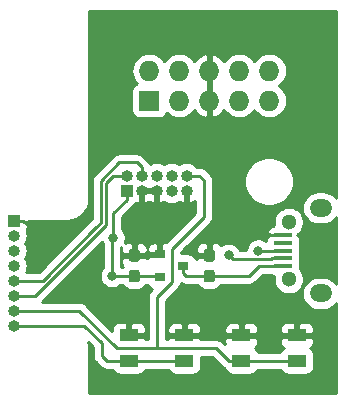
<source format=gbr>
G04 #@! TF.GenerationSoftware,KiCad,Pcbnew,(5.1.4)-1*
G04 #@! TF.CreationDate,2022-06-06T11:17:32+02:00*
G04 #@! TF.ProjectId,UP1-Progger,5550312d-5072-46f6-9767-65722e6b6963,V00.10*
G04 #@! TF.SameCoordinates,Original*
G04 #@! TF.FileFunction,Copper,L1,Top*
G04 #@! TF.FilePolarity,Positive*
%FSLAX46Y46*%
G04 Gerber Fmt 4.6, Leading zero omitted, Abs format (unit mm)*
G04 Created by KiCad (PCBNEW (5.1.4)-1) date 2022-06-06 11:17:32*
%MOMM*%
%LPD*%
G04 APERTURE LIST*
%ADD10C,1.300000*%
%ADD11O,1.900000X1.500000*%
%ADD12R,1.600000X0.400000*%
%ADD13C,0.100000*%
%ADD14C,0.950000*%
%ADD15R,0.900000X0.800000*%
%ADD16R,1.600000X1.050000*%
%ADD17O,1.000000X1.000000*%
%ADD18R,1.000000X1.000000*%
%ADD19O,1.727200X1.727200*%
%ADD20R,1.727200X1.727200*%
%ADD21C,0.800000*%
%ADD22C,0.250000*%
%ADD23C,0.254000*%
G04 APERTURE END LIST*
D10*
X114700000Y-117995000D03*
X114700000Y-113145000D03*
D11*
X117380000Y-111945000D03*
X117380000Y-119195000D03*
D12*
X114230000Y-115570000D03*
X114230000Y-116220000D03*
X114230000Y-116870000D03*
X114230000Y-114270000D03*
X114230000Y-114920000D03*
D13*
G36*
X101860779Y-115441144D02*
G01*
X101883834Y-115444563D01*
X101906443Y-115450227D01*
X101928387Y-115458079D01*
X101949457Y-115468044D01*
X101969448Y-115480026D01*
X101988168Y-115493910D01*
X102005438Y-115509562D01*
X102021090Y-115526832D01*
X102034974Y-115545552D01*
X102046956Y-115565543D01*
X102056921Y-115586613D01*
X102064773Y-115608557D01*
X102070437Y-115631166D01*
X102073856Y-115654221D01*
X102075000Y-115677500D01*
X102075000Y-116252500D01*
X102073856Y-116275779D01*
X102070437Y-116298834D01*
X102064773Y-116321443D01*
X102056921Y-116343387D01*
X102046956Y-116364457D01*
X102034974Y-116384448D01*
X102021090Y-116403168D01*
X102005438Y-116420438D01*
X101988168Y-116436090D01*
X101969448Y-116449974D01*
X101949457Y-116461956D01*
X101928387Y-116471921D01*
X101906443Y-116479773D01*
X101883834Y-116485437D01*
X101860779Y-116488856D01*
X101837500Y-116490000D01*
X101362500Y-116490000D01*
X101339221Y-116488856D01*
X101316166Y-116485437D01*
X101293557Y-116479773D01*
X101271613Y-116471921D01*
X101250543Y-116461956D01*
X101230552Y-116449974D01*
X101211832Y-116436090D01*
X101194562Y-116420438D01*
X101178910Y-116403168D01*
X101165026Y-116384448D01*
X101153044Y-116364457D01*
X101143079Y-116343387D01*
X101135227Y-116321443D01*
X101129563Y-116298834D01*
X101126144Y-116275779D01*
X101125000Y-116252500D01*
X101125000Y-115677500D01*
X101126144Y-115654221D01*
X101129563Y-115631166D01*
X101135227Y-115608557D01*
X101143079Y-115586613D01*
X101153044Y-115565543D01*
X101165026Y-115545552D01*
X101178910Y-115526832D01*
X101194562Y-115509562D01*
X101211832Y-115493910D01*
X101230552Y-115480026D01*
X101250543Y-115468044D01*
X101271613Y-115458079D01*
X101293557Y-115450227D01*
X101316166Y-115444563D01*
X101339221Y-115441144D01*
X101362500Y-115440000D01*
X101837500Y-115440000D01*
X101860779Y-115441144D01*
X101860779Y-115441144D01*
G37*
D14*
X101600000Y-115965000D03*
D13*
G36*
X101860779Y-117191144D02*
G01*
X101883834Y-117194563D01*
X101906443Y-117200227D01*
X101928387Y-117208079D01*
X101949457Y-117218044D01*
X101969448Y-117230026D01*
X101988168Y-117243910D01*
X102005438Y-117259562D01*
X102021090Y-117276832D01*
X102034974Y-117295552D01*
X102046956Y-117315543D01*
X102056921Y-117336613D01*
X102064773Y-117358557D01*
X102070437Y-117381166D01*
X102073856Y-117404221D01*
X102075000Y-117427500D01*
X102075000Y-118002500D01*
X102073856Y-118025779D01*
X102070437Y-118048834D01*
X102064773Y-118071443D01*
X102056921Y-118093387D01*
X102046956Y-118114457D01*
X102034974Y-118134448D01*
X102021090Y-118153168D01*
X102005438Y-118170438D01*
X101988168Y-118186090D01*
X101969448Y-118199974D01*
X101949457Y-118211956D01*
X101928387Y-118221921D01*
X101906443Y-118229773D01*
X101883834Y-118235437D01*
X101860779Y-118238856D01*
X101837500Y-118240000D01*
X101362500Y-118240000D01*
X101339221Y-118238856D01*
X101316166Y-118235437D01*
X101293557Y-118229773D01*
X101271613Y-118221921D01*
X101250543Y-118211956D01*
X101230552Y-118199974D01*
X101211832Y-118186090D01*
X101194562Y-118170438D01*
X101178910Y-118153168D01*
X101165026Y-118134448D01*
X101153044Y-118114457D01*
X101143079Y-118093387D01*
X101135227Y-118071443D01*
X101129563Y-118048834D01*
X101126144Y-118025779D01*
X101125000Y-118002500D01*
X101125000Y-117427500D01*
X101126144Y-117404221D01*
X101129563Y-117381166D01*
X101135227Y-117358557D01*
X101143079Y-117336613D01*
X101153044Y-117315543D01*
X101165026Y-117295552D01*
X101178910Y-117276832D01*
X101194562Y-117259562D01*
X101211832Y-117243910D01*
X101230552Y-117230026D01*
X101250543Y-117218044D01*
X101271613Y-117208079D01*
X101293557Y-117200227D01*
X101316166Y-117194563D01*
X101339221Y-117191144D01*
X101362500Y-117190000D01*
X101837500Y-117190000D01*
X101860779Y-117191144D01*
X101860779Y-117191144D01*
G37*
D14*
X101600000Y-117715000D03*
D13*
G36*
X108210779Y-115441144D02*
G01*
X108233834Y-115444563D01*
X108256443Y-115450227D01*
X108278387Y-115458079D01*
X108299457Y-115468044D01*
X108319448Y-115480026D01*
X108338168Y-115493910D01*
X108355438Y-115509562D01*
X108371090Y-115526832D01*
X108384974Y-115545552D01*
X108396956Y-115565543D01*
X108406921Y-115586613D01*
X108414773Y-115608557D01*
X108420437Y-115631166D01*
X108423856Y-115654221D01*
X108425000Y-115677500D01*
X108425000Y-116252500D01*
X108423856Y-116275779D01*
X108420437Y-116298834D01*
X108414773Y-116321443D01*
X108406921Y-116343387D01*
X108396956Y-116364457D01*
X108384974Y-116384448D01*
X108371090Y-116403168D01*
X108355438Y-116420438D01*
X108338168Y-116436090D01*
X108319448Y-116449974D01*
X108299457Y-116461956D01*
X108278387Y-116471921D01*
X108256443Y-116479773D01*
X108233834Y-116485437D01*
X108210779Y-116488856D01*
X108187500Y-116490000D01*
X107712500Y-116490000D01*
X107689221Y-116488856D01*
X107666166Y-116485437D01*
X107643557Y-116479773D01*
X107621613Y-116471921D01*
X107600543Y-116461956D01*
X107580552Y-116449974D01*
X107561832Y-116436090D01*
X107544562Y-116420438D01*
X107528910Y-116403168D01*
X107515026Y-116384448D01*
X107503044Y-116364457D01*
X107493079Y-116343387D01*
X107485227Y-116321443D01*
X107479563Y-116298834D01*
X107476144Y-116275779D01*
X107475000Y-116252500D01*
X107475000Y-115677500D01*
X107476144Y-115654221D01*
X107479563Y-115631166D01*
X107485227Y-115608557D01*
X107493079Y-115586613D01*
X107503044Y-115565543D01*
X107515026Y-115545552D01*
X107528910Y-115526832D01*
X107544562Y-115509562D01*
X107561832Y-115493910D01*
X107580552Y-115480026D01*
X107600543Y-115468044D01*
X107621613Y-115458079D01*
X107643557Y-115450227D01*
X107666166Y-115444563D01*
X107689221Y-115441144D01*
X107712500Y-115440000D01*
X108187500Y-115440000D01*
X108210779Y-115441144D01*
X108210779Y-115441144D01*
G37*
D14*
X107950000Y-115965000D03*
D13*
G36*
X108210779Y-117191144D02*
G01*
X108233834Y-117194563D01*
X108256443Y-117200227D01*
X108278387Y-117208079D01*
X108299457Y-117218044D01*
X108319448Y-117230026D01*
X108338168Y-117243910D01*
X108355438Y-117259562D01*
X108371090Y-117276832D01*
X108384974Y-117295552D01*
X108396956Y-117315543D01*
X108406921Y-117336613D01*
X108414773Y-117358557D01*
X108420437Y-117381166D01*
X108423856Y-117404221D01*
X108425000Y-117427500D01*
X108425000Y-118002500D01*
X108423856Y-118025779D01*
X108420437Y-118048834D01*
X108414773Y-118071443D01*
X108406921Y-118093387D01*
X108396956Y-118114457D01*
X108384974Y-118134448D01*
X108371090Y-118153168D01*
X108355438Y-118170438D01*
X108338168Y-118186090D01*
X108319448Y-118199974D01*
X108299457Y-118211956D01*
X108278387Y-118221921D01*
X108256443Y-118229773D01*
X108233834Y-118235437D01*
X108210779Y-118238856D01*
X108187500Y-118240000D01*
X107712500Y-118240000D01*
X107689221Y-118238856D01*
X107666166Y-118235437D01*
X107643557Y-118229773D01*
X107621613Y-118221921D01*
X107600543Y-118211956D01*
X107580552Y-118199974D01*
X107561832Y-118186090D01*
X107544562Y-118170438D01*
X107528910Y-118153168D01*
X107515026Y-118134448D01*
X107503044Y-118114457D01*
X107493079Y-118093387D01*
X107485227Y-118071443D01*
X107479563Y-118048834D01*
X107476144Y-118025779D01*
X107475000Y-118002500D01*
X107475000Y-117427500D01*
X107476144Y-117404221D01*
X107479563Y-117381166D01*
X107485227Y-117358557D01*
X107493079Y-117336613D01*
X107503044Y-117315543D01*
X107515026Y-117295552D01*
X107528910Y-117276832D01*
X107544562Y-117259562D01*
X107561832Y-117243910D01*
X107580552Y-117230026D01*
X107600543Y-117218044D01*
X107621613Y-117208079D01*
X107643557Y-117200227D01*
X107666166Y-117194563D01*
X107689221Y-117191144D01*
X107712500Y-117190000D01*
X108187500Y-117190000D01*
X108210779Y-117191144D01*
X108210779Y-117191144D01*
G37*
D14*
X107950000Y-117715000D03*
D15*
X105775000Y-116840000D03*
X103775000Y-117790000D03*
X103775000Y-115890000D03*
D16*
X101155000Y-124900000D03*
X101155000Y-122750000D03*
X105855000Y-124900000D03*
X105855000Y-122750000D03*
D17*
X91440000Y-121920000D03*
X91440000Y-120650000D03*
X91440000Y-119380000D03*
X91440000Y-118110000D03*
X91440000Y-116840000D03*
X91440000Y-115570000D03*
X91440000Y-114300000D03*
D18*
X91440000Y-113030000D03*
D16*
X110680000Y-124900000D03*
X110680000Y-122750000D03*
X115380000Y-124900000D03*
X115380000Y-122750000D03*
D19*
X113030000Y-100330000D03*
X113030000Y-102870000D03*
X110490000Y-100330000D03*
X110490000Y-102870000D03*
X107950000Y-100330000D03*
X107950000Y-102870000D03*
X105410000Y-100330000D03*
X105410000Y-102870000D03*
X102870000Y-100330000D03*
D20*
X102870000Y-102870000D03*
D17*
X106045000Y-109220000D03*
X106045000Y-110490000D03*
X104775000Y-109220000D03*
X104775000Y-110490000D03*
X103505000Y-109220000D03*
X103505000Y-110490000D03*
X102235000Y-109220000D03*
X102235000Y-110490000D03*
X100965000Y-109220000D03*
D18*
X100965000Y-110490000D03*
D21*
X112110000Y-115570000D03*
X109595000Y-115915000D03*
X99715000Y-117715000D03*
X99850000Y-114460000D03*
X101600000Y-113665000D03*
X104140000Y-113665000D03*
X110490000Y-113665000D03*
X115570000Y-106045000D03*
X103505000Y-106680000D03*
X107950000Y-106680000D03*
X99060000Y-96520000D03*
X116840000Y-96520000D03*
X99060000Y-126365000D03*
X107950000Y-126365000D03*
X117475000Y-126365000D03*
X112395000Y-120015000D03*
X106680000Y-120015000D03*
X95885000Y-118745000D03*
X101600000Y-120650000D03*
D22*
X114330000Y-124900000D02*
X110680000Y-124900000D01*
X115380000Y-124900000D02*
X114330000Y-124900000D01*
X109630000Y-124900000D02*
X108530000Y-123800000D01*
X110680000Y-124900000D02*
X109630000Y-124900000D01*
X96960000Y-120650000D02*
X91440000Y-120650000D01*
X100110000Y-123800000D02*
X96960000Y-120650000D01*
X103510000Y-119490002D02*
X103510000Y-123800000D01*
X104790000Y-118210002D02*
X103510000Y-119490002D01*
X104790000Y-115420000D02*
X104790000Y-118210002D01*
X108530000Y-123800000D02*
X103510000Y-123800000D01*
X106045000Y-109220000D02*
X107130000Y-109220000D01*
X107130000Y-109220000D02*
X107500000Y-109590000D01*
X103510000Y-123800000D02*
X100110000Y-123800000D01*
X107500000Y-109590000D02*
X107500000Y-112710000D01*
X107500000Y-112710000D02*
X104790000Y-115420000D01*
X93226410Y-119380000D02*
X99210000Y-113396410D01*
X91440000Y-119380000D02*
X93226410Y-119380000D01*
X99210000Y-113396410D02*
X99210000Y-109860000D01*
X99850000Y-109220000D02*
X100965000Y-109220000D01*
X99210000Y-109860000D02*
X99850000Y-109220000D01*
X91440000Y-118110000D02*
X93860000Y-118110000D01*
X102235000Y-108512894D02*
X101822106Y-108100000D01*
X102235000Y-109220000D02*
X102235000Y-108512894D01*
X100333590Y-108100000D02*
X98759990Y-109673600D01*
X101822106Y-108100000D02*
X100333590Y-108100000D01*
X98759990Y-113210010D02*
X98325000Y-113645000D01*
X98759990Y-109673600D02*
X98759990Y-113210010D01*
X93860000Y-118110000D02*
X98325000Y-113645000D01*
X98325000Y-113645000D02*
X98400000Y-113570000D01*
X112110000Y-115570000D02*
X114230000Y-115570000D01*
X109994999Y-116314999D02*
X109595000Y-115915000D01*
X113209990Y-116314999D02*
X109994999Y-116314999D01*
X113304989Y-116220000D02*
X113209990Y-116314999D01*
X114230000Y-116220000D02*
X113304989Y-116220000D01*
X103700000Y-117715000D02*
X103775000Y-117790000D01*
X101600000Y-117715000D02*
X103700000Y-117715000D01*
X101600000Y-117715000D02*
X99715000Y-117715000D01*
X99715000Y-114595000D02*
X99850000Y-114460000D01*
X99715000Y-117715000D02*
X99715000Y-114595000D01*
X99850000Y-114460000D02*
X99850000Y-112370000D01*
X100965000Y-111255000D02*
X100965000Y-110490000D01*
X99850000Y-112370000D02*
X100965000Y-111255000D01*
X92190000Y-113030000D02*
X92825000Y-113665000D01*
X91440000Y-113030000D02*
X92190000Y-113030000D01*
X92825000Y-113665000D02*
X93345000Y-113665000D01*
X111095000Y-114270000D02*
X110490000Y-113665000D01*
X114230000Y-114270000D02*
X111095000Y-114270000D01*
X105775000Y-117490000D02*
X105775000Y-116840000D01*
X106000000Y-117715000D02*
X105775000Y-117490000D01*
X107950000Y-117715000D02*
X106000000Y-117715000D01*
X114230000Y-116870000D02*
X112160000Y-116870000D01*
X111315000Y-117715000D02*
X107950000Y-117715000D01*
X112160000Y-116870000D02*
X111315000Y-117715000D01*
X91440000Y-121920000D02*
X97390000Y-121920000D01*
X97390000Y-121920000D02*
X98850000Y-123380000D01*
X98850000Y-123380000D02*
X98850000Y-124450000D01*
X99300000Y-124900000D02*
X101155000Y-124900000D01*
X98850000Y-124450000D02*
X99300000Y-124900000D01*
X102205000Y-124900000D02*
X105855000Y-124900000D01*
X101155000Y-124900000D02*
X102205000Y-124900000D01*
D23*
G36*
X118720000Y-111150907D02*
G01*
X118564081Y-110960919D01*
X118353188Y-110787843D01*
X118112581Y-110659236D01*
X117851507Y-110580040D01*
X117648037Y-110560000D01*
X117111963Y-110560000D01*
X116908493Y-110580040D01*
X116647419Y-110659236D01*
X116406812Y-110787843D01*
X116195919Y-110960919D01*
X116022843Y-111171812D01*
X115894236Y-111412419D01*
X115815040Y-111673493D01*
X115788299Y-111945000D01*
X115815040Y-112216507D01*
X115894236Y-112477581D01*
X116022843Y-112718188D01*
X116195919Y-112929081D01*
X116406812Y-113102157D01*
X116647419Y-113230764D01*
X116908493Y-113309960D01*
X117111963Y-113330000D01*
X117648037Y-113330000D01*
X117851507Y-113309960D01*
X118112581Y-113230764D01*
X118353188Y-113102157D01*
X118564081Y-112929081D01*
X118720001Y-112739093D01*
X118720001Y-118400907D01*
X118564081Y-118210919D01*
X118353188Y-118037843D01*
X118112581Y-117909236D01*
X117851507Y-117830040D01*
X117648037Y-117810000D01*
X117111963Y-117810000D01*
X116908493Y-117830040D01*
X116647419Y-117909236D01*
X116406812Y-118037843D01*
X116195919Y-118210919D01*
X116022843Y-118421812D01*
X115894236Y-118662419D01*
X115815040Y-118923493D01*
X115788299Y-119195000D01*
X115815040Y-119466507D01*
X115894236Y-119727581D01*
X116022843Y-119968188D01*
X116195919Y-120179081D01*
X116406812Y-120352157D01*
X116647419Y-120480764D01*
X116908493Y-120559960D01*
X117111963Y-120580000D01*
X117648037Y-120580000D01*
X117851507Y-120559960D01*
X118112581Y-120480764D01*
X118353188Y-120352157D01*
X118564081Y-120179081D01*
X118720001Y-119989093D01*
X118720001Y-127610000D01*
X97815000Y-127610000D01*
X97815000Y-123919581D01*
X97812198Y-123891135D01*
X97812253Y-123883318D01*
X97811354Y-123874147D01*
X97785446Y-123627644D01*
X97773414Y-123569028D01*
X97762208Y-123510284D01*
X97759544Y-123501462D01*
X97698069Y-123302871D01*
X98090000Y-123694802D01*
X98090001Y-124412668D01*
X98086324Y-124450000D01*
X98090001Y-124487333D01*
X98100998Y-124598986D01*
X98114180Y-124642442D01*
X98144454Y-124742246D01*
X98215026Y-124874276D01*
X98286201Y-124961002D01*
X98310000Y-124990001D01*
X98338998Y-125013799D01*
X98736196Y-125410997D01*
X98759999Y-125440001D01*
X98833146Y-125500031D01*
X98875723Y-125534974D01*
X99007753Y-125605546D01*
X99151014Y-125649003D01*
X99262667Y-125660000D01*
X99262676Y-125660000D01*
X99299999Y-125663676D01*
X99337322Y-125660000D01*
X99762713Y-125660000D01*
X99765498Y-125669180D01*
X99824463Y-125779494D01*
X99903815Y-125876185D01*
X100000506Y-125955537D01*
X100110820Y-126014502D01*
X100230518Y-126050812D01*
X100355000Y-126063072D01*
X101955000Y-126063072D01*
X102079482Y-126050812D01*
X102199180Y-126014502D01*
X102309494Y-125955537D01*
X102406185Y-125876185D01*
X102485537Y-125779494D01*
X102544502Y-125669180D01*
X102547287Y-125660000D01*
X104462713Y-125660000D01*
X104465498Y-125669180D01*
X104524463Y-125779494D01*
X104603815Y-125876185D01*
X104700506Y-125955537D01*
X104810820Y-126014502D01*
X104930518Y-126050812D01*
X105055000Y-126063072D01*
X106655000Y-126063072D01*
X106779482Y-126050812D01*
X106899180Y-126014502D01*
X107009494Y-125955537D01*
X107106185Y-125876185D01*
X107185537Y-125779494D01*
X107244502Y-125669180D01*
X107280812Y-125549482D01*
X107293072Y-125425000D01*
X107293072Y-124560000D01*
X108215199Y-124560000D01*
X109066201Y-125411003D01*
X109089999Y-125440001D01*
X109118997Y-125463799D01*
X109205723Y-125534974D01*
X109258314Y-125563085D01*
X109290498Y-125669180D01*
X109349463Y-125779494D01*
X109428815Y-125876185D01*
X109525506Y-125955537D01*
X109635820Y-126014502D01*
X109755518Y-126050812D01*
X109880000Y-126063072D01*
X111480000Y-126063072D01*
X111604482Y-126050812D01*
X111724180Y-126014502D01*
X111834494Y-125955537D01*
X111931185Y-125876185D01*
X112010537Y-125779494D01*
X112069502Y-125669180D01*
X112072287Y-125660000D01*
X113987713Y-125660000D01*
X113990498Y-125669180D01*
X114049463Y-125779494D01*
X114128815Y-125876185D01*
X114225506Y-125955537D01*
X114335820Y-126014502D01*
X114455518Y-126050812D01*
X114580000Y-126063072D01*
X116180000Y-126063072D01*
X116304482Y-126050812D01*
X116424180Y-126014502D01*
X116534494Y-125955537D01*
X116631185Y-125876185D01*
X116710537Y-125779494D01*
X116769502Y-125669180D01*
X116805812Y-125549482D01*
X116818072Y-125425000D01*
X116818072Y-124375000D01*
X116805812Y-124250518D01*
X116769502Y-124130820D01*
X116710537Y-124020506D01*
X116631185Y-123923815D01*
X116534494Y-123844463D01*
X116498082Y-123825000D01*
X116534494Y-123805537D01*
X116631185Y-123726185D01*
X116710537Y-123629494D01*
X116769502Y-123519180D01*
X116805812Y-123399482D01*
X116818072Y-123275000D01*
X116815000Y-123035750D01*
X116656250Y-122877000D01*
X115507000Y-122877000D01*
X115507000Y-122897000D01*
X115253000Y-122897000D01*
X115253000Y-122877000D01*
X114103750Y-122877000D01*
X113945000Y-123035750D01*
X113941928Y-123275000D01*
X113954188Y-123399482D01*
X113990498Y-123519180D01*
X114049463Y-123629494D01*
X114128815Y-123726185D01*
X114225506Y-123805537D01*
X114261918Y-123825000D01*
X114225506Y-123844463D01*
X114128815Y-123923815D01*
X114049463Y-124020506D01*
X113990498Y-124130820D01*
X113987713Y-124140000D01*
X112072287Y-124140000D01*
X112069502Y-124130820D01*
X112010537Y-124020506D01*
X111931185Y-123923815D01*
X111834494Y-123844463D01*
X111798082Y-123825000D01*
X111834494Y-123805537D01*
X111931185Y-123726185D01*
X112010537Y-123629494D01*
X112069502Y-123519180D01*
X112105812Y-123399482D01*
X112118072Y-123275000D01*
X112115000Y-123035750D01*
X111956250Y-122877000D01*
X110807000Y-122877000D01*
X110807000Y-122897000D01*
X110553000Y-122897000D01*
X110553000Y-122877000D01*
X109403750Y-122877000D01*
X109245000Y-123035750D01*
X109241928Y-123275000D01*
X109254188Y-123399482D01*
X109275918Y-123471117D01*
X109093804Y-123289002D01*
X109070001Y-123259999D01*
X108954276Y-123165026D01*
X108822247Y-123094454D01*
X108678986Y-123050997D01*
X108567333Y-123040000D01*
X108567322Y-123040000D01*
X108530000Y-123036324D01*
X108492678Y-123040000D01*
X107290055Y-123040000D01*
X107290000Y-123035750D01*
X107131250Y-122877000D01*
X105982000Y-122877000D01*
X105982000Y-122897000D01*
X105728000Y-122897000D01*
X105728000Y-122877000D01*
X104578750Y-122877000D01*
X104420000Y-123035750D01*
X104419945Y-123040000D01*
X104270000Y-123040000D01*
X104270000Y-122225000D01*
X104416928Y-122225000D01*
X104420000Y-122464250D01*
X104578750Y-122623000D01*
X105728000Y-122623000D01*
X105728000Y-121748750D01*
X105982000Y-121748750D01*
X105982000Y-122623000D01*
X107131250Y-122623000D01*
X107290000Y-122464250D01*
X107293072Y-122225000D01*
X109241928Y-122225000D01*
X109245000Y-122464250D01*
X109403750Y-122623000D01*
X110553000Y-122623000D01*
X110553000Y-121748750D01*
X110807000Y-121748750D01*
X110807000Y-122623000D01*
X111956250Y-122623000D01*
X112115000Y-122464250D01*
X112118072Y-122225000D01*
X113941928Y-122225000D01*
X113945000Y-122464250D01*
X114103750Y-122623000D01*
X115253000Y-122623000D01*
X115253000Y-121748750D01*
X115507000Y-121748750D01*
X115507000Y-122623000D01*
X116656250Y-122623000D01*
X116815000Y-122464250D01*
X116818072Y-122225000D01*
X116805812Y-122100518D01*
X116769502Y-121980820D01*
X116710537Y-121870506D01*
X116631185Y-121773815D01*
X116534494Y-121694463D01*
X116424180Y-121635498D01*
X116304482Y-121599188D01*
X116180000Y-121586928D01*
X115665750Y-121590000D01*
X115507000Y-121748750D01*
X115253000Y-121748750D01*
X115094250Y-121590000D01*
X114580000Y-121586928D01*
X114455518Y-121599188D01*
X114335820Y-121635498D01*
X114225506Y-121694463D01*
X114128815Y-121773815D01*
X114049463Y-121870506D01*
X113990498Y-121980820D01*
X113954188Y-122100518D01*
X113941928Y-122225000D01*
X112118072Y-122225000D01*
X112105812Y-122100518D01*
X112069502Y-121980820D01*
X112010537Y-121870506D01*
X111931185Y-121773815D01*
X111834494Y-121694463D01*
X111724180Y-121635498D01*
X111604482Y-121599188D01*
X111480000Y-121586928D01*
X110965750Y-121590000D01*
X110807000Y-121748750D01*
X110553000Y-121748750D01*
X110394250Y-121590000D01*
X109880000Y-121586928D01*
X109755518Y-121599188D01*
X109635820Y-121635498D01*
X109525506Y-121694463D01*
X109428815Y-121773815D01*
X109349463Y-121870506D01*
X109290498Y-121980820D01*
X109254188Y-122100518D01*
X109241928Y-122225000D01*
X107293072Y-122225000D01*
X107280812Y-122100518D01*
X107244502Y-121980820D01*
X107185537Y-121870506D01*
X107106185Y-121773815D01*
X107009494Y-121694463D01*
X106899180Y-121635498D01*
X106779482Y-121599188D01*
X106655000Y-121586928D01*
X106140750Y-121590000D01*
X105982000Y-121748750D01*
X105728000Y-121748750D01*
X105569250Y-121590000D01*
X105055000Y-121586928D01*
X104930518Y-121599188D01*
X104810820Y-121635498D01*
X104700506Y-121694463D01*
X104603815Y-121773815D01*
X104524463Y-121870506D01*
X104465498Y-121980820D01*
X104429188Y-122100518D01*
X104416928Y-122225000D01*
X104270000Y-122225000D01*
X104270000Y-119804803D01*
X105301003Y-118773801D01*
X105330001Y-118750003D01*
X105424974Y-118634278D01*
X105495546Y-118502249D01*
X105539003Y-118358988D01*
X105542571Y-118322766D01*
X105575724Y-118349974D01*
X105707753Y-118420546D01*
X105851014Y-118464003D01*
X105962667Y-118475000D01*
X105962676Y-118475000D01*
X105999999Y-118478676D01*
X106037322Y-118475000D01*
X106977036Y-118475000D01*
X106984488Y-118488942D01*
X107093377Y-118621623D01*
X107226058Y-118730512D01*
X107377433Y-118811423D01*
X107541684Y-118861248D01*
X107712500Y-118878072D01*
X108187500Y-118878072D01*
X108358316Y-118861248D01*
X108522567Y-118811423D01*
X108673942Y-118730512D01*
X108806623Y-118621623D01*
X108915512Y-118488942D01*
X108922964Y-118475000D01*
X111277678Y-118475000D01*
X111315000Y-118478676D01*
X111352322Y-118475000D01*
X111352333Y-118475000D01*
X111463986Y-118464003D01*
X111607247Y-118420546D01*
X111739276Y-118349974D01*
X111855001Y-118255001D01*
X111878803Y-118225998D01*
X112474802Y-117630000D01*
X113130627Y-117630000D01*
X113185820Y-117659502D01*
X113305518Y-117695812D01*
X113430000Y-117708072D01*
X113446898Y-117708072D01*
X113415000Y-117868439D01*
X113415000Y-118121561D01*
X113464381Y-118369821D01*
X113561247Y-118603676D01*
X113701875Y-118814140D01*
X113880860Y-118993125D01*
X114091324Y-119133753D01*
X114325179Y-119230619D01*
X114573439Y-119280000D01*
X114826561Y-119280000D01*
X115074821Y-119230619D01*
X115308676Y-119133753D01*
X115519140Y-118993125D01*
X115698125Y-118814140D01*
X115838753Y-118603676D01*
X115935619Y-118369821D01*
X115985000Y-118121561D01*
X115985000Y-117868439D01*
X115935619Y-117620179D01*
X115838753Y-117386324D01*
X115698125Y-117175860D01*
X115661275Y-117139010D01*
X115668072Y-117070000D01*
X115668072Y-116670000D01*
X115655812Y-116545518D01*
X115655655Y-116545000D01*
X115655812Y-116544482D01*
X115668072Y-116420000D01*
X115668072Y-116020000D01*
X115655812Y-115895518D01*
X115655655Y-115895000D01*
X115655812Y-115894482D01*
X115668072Y-115770000D01*
X115668072Y-115370000D01*
X115655812Y-115245518D01*
X115655655Y-115245000D01*
X115655812Y-115244482D01*
X115668072Y-115120000D01*
X115668072Y-114720000D01*
X115655812Y-114595518D01*
X115655089Y-114593134D01*
X115665000Y-114501750D01*
X115597032Y-114433782D01*
X115560537Y-114365506D01*
X115481185Y-114268815D01*
X115413798Y-114213512D01*
X115438511Y-114197000D01*
X115506250Y-114197000D01*
X115665000Y-114038250D01*
X115660990Y-114001275D01*
X115698125Y-113964140D01*
X115838753Y-113753676D01*
X115935619Y-113519821D01*
X115985000Y-113271561D01*
X115985000Y-113018439D01*
X115935619Y-112770179D01*
X115838753Y-112536324D01*
X115698125Y-112325860D01*
X115519140Y-112146875D01*
X115308676Y-112006247D01*
X115074821Y-111909381D01*
X114826561Y-111860000D01*
X114573439Y-111860000D01*
X114325179Y-111909381D01*
X114091324Y-112006247D01*
X113880860Y-112146875D01*
X113701875Y-112325860D01*
X113561247Y-112536324D01*
X113464381Y-112770179D01*
X113415000Y-113018439D01*
X113415000Y-113271561D01*
X113446920Y-113432039D01*
X113439063Y-113431992D01*
X113314420Y-113442483D01*
X113194219Y-113477089D01*
X113083078Y-113534481D01*
X112985269Y-113612452D01*
X112904551Y-113708006D01*
X112844026Y-113817472D01*
X112806020Y-113936642D01*
X112795000Y-114038250D01*
X112953750Y-114197000D01*
X113066322Y-114197000D01*
X112978815Y-114268815D01*
X112899463Y-114365506D01*
X112862968Y-114433782D01*
X112795000Y-114501750D01*
X112804911Y-114593134D01*
X112804188Y-114595518D01*
X112791928Y-114720000D01*
X112791928Y-114788217D01*
X112769774Y-114766063D01*
X112600256Y-114652795D01*
X112411898Y-114574774D01*
X112211939Y-114535000D01*
X112008061Y-114535000D01*
X111808102Y-114574774D01*
X111619744Y-114652795D01*
X111450226Y-114766063D01*
X111306063Y-114910226D01*
X111192795Y-115079744D01*
X111114774Y-115268102D01*
X111075000Y-115468061D01*
X111075000Y-115554999D01*
X110566159Y-115554999D01*
X110512205Y-115424744D01*
X110398937Y-115255226D01*
X110254774Y-115111063D01*
X110085256Y-114997795D01*
X109896898Y-114919774D01*
X109696939Y-114880000D01*
X109493061Y-114880000D01*
X109293102Y-114919774D01*
X109104744Y-114997795D01*
X108960258Y-115094337D01*
X108955537Y-115085506D01*
X108876185Y-114988815D01*
X108779494Y-114909463D01*
X108669180Y-114850498D01*
X108549482Y-114814188D01*
X108425000Y-114801928D01*
X108235750Y-114805000D01*
X108077000Y-114963750D01*
X108077000Y-115838000D01*
X108097000Y-115838000D01*
X108097000Y-116092000D01*
X108077000Y-116092000D01*
X108077000Y-116112000D01*
X107823000Y-116112000D01*
X107823000Y-116092000D01*
X106998750Y-116092000D01*
X106840000Y-116250750D01*
X106839641Y-116278693D01*
X106814502Y-116195820D01*
X106755537Y-116085506D01*
X106676185Y-115988815D01*
X106579494Y-115909463D01*
X106469180Y-115850498D01*
X106349482Y-115814188D01*
X106225000Y-115801928D01*
X105550000Y-115801928D01*
X105550000Y-115734801D01*
X105844801Y-115440000D01*
X106836928Y-115440000D01*
X106840000Y-115679250D01*
X106998750Y-115838000D01*
X107823000Y-115838000D01*
X107823000Y-114963750D01*
X107664250Y-114805000D01*
X107475000Y-114801928D01*
X107350518Y-114814188D01*
X107230820Y-114850498D01*
X107120506Y-114909463D01*
X107023815Y-114988815D01*
X106944463Y-115085506D01*
X106885498Y-115195820D01*
X106849188Y-115315518D01*
X106836928Y-115440000D01*
X105844801Y-115440000D01*
X108011003Y-113273799D01*
X108040001Y-113250001D01*
X108134974Y-113134276D01*
X108205546Y-113002247D01*
X108249003Y-112858986D01*
X108260000Y-112747333D01*
X108260000Y-112747325D01*
X108263676Y-112710000D01*
X108260000Y-112672675D01*
X108260000Y-109627322D01*
X108263676Y-109589999D01*
X108260000Y-109552677D01*
X108260000Y-109552667D01*
X108254741Y-109499271D01*
X110940209Y-109499271D01*
X110940209Y-109910923D01*
X111020518Y-110314667D01*
X111178051Y-110694984D01*
X111406753Y-111037261D01*
X111697836Y-111328344D01*
X112040113Y-111557046D01*
X112420430Y-111714579D01*
X112824174Y-111794888D01*
X113235826Y-111794888D01*
X113639570Y-111714579D01*
X114019887Y-111557046D01*
X114362164Y-111328344D01*
X114653247Y-111037261D01*
X114881949Y-110694984D01*
X115039482Y-110314667D01*
X115119791Y-109910923D01*
X115119791Y-109499271D01*
X115039482Y-109095527D01*
X114881949Y-108715210D01*
X114653247Y-108372933D01*
X114362164Y-108081850D01*
X114019887Y-107853148D01*
X113639570Y-107695615D01*
X113235826Y-107615306D01*
X112824174Y-107615306D01*
X112420430Y-107695615D01*
X112040113Y-107853148D01*
X111697836Y-108081850D01*
X111406753Y-108372933D01*
X111178051Y-108715210D01*
X111020518Y-109095527D01*
X110940209Y-109499271D01*
X108254741Y-109499271D01*
X108249003Y-109441014D01*
X108205546Y-109297753D01*
X108134974Y-109165724D01*
X108040001Y-109049999D01*
X108010998Y-109026197D01*
X107693804Y-108709003D01*
X107670001Y-108679999D01*
X107554276Y-108585026D01*
X107422247Y-108514454D01*
X107278986Y-108470997D01*
X107167333Y-108460000D01*
X107167322Y-108460000D01*
X107130000Y-108456324D01*
X107092678Y-108460000D01*
X106889569Y-108460000D01*
X106851449Y-108413551D01*
X106678623Y-108271716D01*
X106481447Y-108166324D01*
X106267499Y-108101423D01*
X106100752Y-108085000D01*
X105989248Y-108085000D01*
X105822501Y-108101423D01*
X105608553Y-108166324D01*
X105411377Y-108271716D01*
X105410000Y-108272846D01*
X105408623Y-108271716D01*
X105211447Y-108166324D01*
X104997499Y-108101423D01*
X104830752Y-108085000D01*
X104719248Y-108085000D01*
X104552501Y-108101423D01*
X104338553Y-108166324D01*
X104141377Y-108271716D01*
X104140000Y-108272846D01*
X104138623Y-108271716D01*
X103941447Y-108166324D01*
X103727499Y-108101423D01*
X103560752Y-108085000D01*
X103449248Y-108085000D01*
X103282501Y-108101423D01*
X103068553Y-108166324D01*
X102944226Y-108232778D01*
X102940546Y-108220647D01*
X102869974Y-108088618D01*
X102775001Y-107972893D01*
X102745997Y-107949090D01*
X102385910Y-107589003D01*
X102362107Y-107559999D01*
X102246382Y-107465026D01*
X102114353Y-107394454D01*
X101971092Y-107350997D01*
X101859439Y-107340000D01*
X101859428Y-107340000D01*
X101822106Y-107336324D01*
X101784784Y-107340000D01*
X100370912Y-107340000D01*
X100333589Y-107336324D01*
X100296266Y-107340000D01*
X100296257Y-107340000D01*
X100184604Y-107350997D01*
X100041343Y-107394454D01*
X99909314Y-107465026D01*
X99909312Y-107465027D01*
X99909313Y-107465027D01*
X99822586Y-107536201D01*
X99822582Y-107536205D01*
X99793589Y-107559999D01*
X99769795Y-107588992D01*
X98248992Y-109109797D01*
X98219989Y-109133599D01*
X98164861Y-109200774D01*
X98125016Y-109249324D01*
X98061055Y-109368985D01*
X98054444Y-109381354D01*
X98010987Y-109524615D01*
X97999990Y-109636268D01*
X97999990Y-109636278D01*
X97996314Y-109673600D01*
X97999990Y-109710923D01*
X97999991Y-112895208D01*
X97814003Y-113081196D01*
X97813997Y-113081201D01*
X93545199Y-117350000D01*
X92454361Y-117350000D01*
X92493676Y-117276447D01*
X92558577Y-117062499D01*
X92580491Y-116840000D01*
X92558577Y-116617501D01*
X92493676Y-116403553D01*
X92388284Y-116206377D01*
X92387154Y-116205000D01*
X92388284Y-116203623D01*
X92493676Y-116006447D01*
X92558577Y-115792499D01*
X92580491Y-115570000D01*
X92558577Y-115347501D01*
X92493676Y-115133553D01*
X92388284Y-114936377D01*
X92387154Y-114935000D01*
X92388284Y-114933623D01*
X92493676Y-114736447D01*
X92558577Y-114522499D01*
X92580491Y-114300000D01*
X92558577Y-114077501D01*
X92493676Y-113863553D01*
X92487703Y-113852379D01*
X92529502Y-113774180D01*
X92565812Y-113654482D01*
X92578072Y-113530000D01*
X92575000Y-113315750D01*
X92416252Y-113157002D01*
X92575000Y-113157002D01*
X92575000Y-113055000D01*
X95917419Y-113055000D01*
X95945865Y-113052198D01*
X95953682Y-113052253D01*
X95962853Y-113051354D01*
X96209357Y-113025446D01*
X96267986Y-113013411D01*
X96326716Y-113002208D01*
X96335532Y-112999546D01*
X96335536Y-112999545D01*
X96335539Y-112999544D01*
X96572314Y-112926249D01*
X96627457Y-112903069D01*
X96682920Y-112880661D01*
X96691054Y-112876335D01*
X96691059Y-112876333D01*
X96691064Y-112876330D01*
X96909086Y-112758447D01*
X96958654Y-112725012D01*
X97008735Y-112692241D01*
X97015876Y-112686416D01*
X97206856Y-112528423D01*
X97248995Y-112485988D01*
X97291745Y-112444125D01*
X97297618Y-112437024D01*
X97454273Y-112244947D01*
X97487374Y-112195125D01*
X97521173Y-112145763D01*
X97525556Y-112137657D01*
X97641919Y-111918809D01*
X97664707Y-111863521D01*
X97688279Y-111808525D01*
X97691003Y-111799722D01*
X97762643Y-111562441D01*
X97774264Y-111503754D01*
X97786700Y-111445248D01*
X97787663Y-111436083D01*
X97811850Y-111189405D01*
X97811850Y-111189402D01*
X97815000Y-111157419D01*
X97815000Y-100330000D01*
X101364149Y-100330000D01*
X101393084Y-100623777D01*
X101478775Y-100906264D01*
X101617931Y-101166606D01*
X101805203Y-101394797D01*
X101813265Y-101401414D01*
X101762220Y-101416898D01*
X101651906Y-101475863D01*
X101555215Y-101555215D01*
X101475863Y-101651906D01*
X101416898Y-101762220D01*
X101380588Y-101881918D01*
X101368328Y-102006400D01*
X101368328Y-103733600D01*
X101380588Y-103858082D01*
X101416898Y-103977780D01*
X101475863Y-104088094D01*
X101555215Y-104184785D01*
X101651906Y-104264137D01*
X101762220Y-104323102D01*
X101881918Y-104359412D01*
X102006400Y-104371672D01*
X103733600Y-104371672D01*
X103858082Y-104359412D01*
X103977780Y-104323102D01*
X104088094Y-104264137D01*
X104184785Y-104184785D01*
X104264137Y-104088094D01*
X104323102Y-103977780D01*
X104338586Y-103926735D01*
X104345203Y-103934797D01*
X104573394Y-104122069D01*
X104833736Y-104261225D01*
X105116223Y-104346916D01*
X105336381Y-104368600D01*
X105483619Y-104368600D01*
X105703777Y-104346916D01*
X105986264Y-104261225D01*
X106246606Y-104122069D01*
X106474797Y-103934797D01*
X106662069Y-103706606D01*
X106685863Y-103662090D01*
X106743183Y-103758488D01*
X106939707Y-103976854D01*
X107175056Y-104152684D01*
X107440186Y-104279222D01*
X107590974Y-104324958D01*
X107823000Y-104203817D01*
X107823000Y-102997000D01*
X107803000Y-102997000D01*
X107803000Y-102743000D01*
X107823000Y-102743000D01*
X107823000Y-100457000D01*
X107803000Y-100457000D01*
X107803000Y-100203000D01*
X107823000Y-100203000D01*
X107823000Y-98996183D01*
X108077000Y-98996183D01*
X108077000Y-100203000D01*
X108097000Y-100203000D01*
X108097000Y-100457000D01*
X108077000Y-100457000D01*
X108077000Y-102743000D01*
X108097000Y-102743000D01*
X108097000Y-102997000D01*
X108077000Y-102997000D01*
X108077000Y-104203817D01*
X108309026Y-104324958D01*
X108459814Y-104279222D01*
X108724944Y-104152684D01*
X108960293Y-103976854D01*
X109156817Y-103758488D01*
X109214137Y-103662090D01*
X109237931Y-103706606D01*
X109425203Y-103934797D01*
X109653394Y-104122069D01*
X109913736Y-104261225D01*
X110196223Y-104346916D01*
X110416381Y-104368600D01*
X110563619Y-104368600D01*
X110783777Y-104346916D01*
X111066264Y-104261225D01*
X111326606Y-104122069D01*
X111554797Y-103934797D01*
X111742069Y-103706606D01*
X111760000Y-103673060D01*
X111777931Y-103706606D01*
X111965203Y-103934797D01*
X112193394Y-104122069D01*
X112453736Y-104261225D01*
X112736223Y-104346916D01*
X112956381Y-104368600D01*
X113103619Y-104368600D01*
X113323777Y-104346916D01*
X113606264Y-104261225D01*
X113866606Y-104122069D01*
X114094797Y-103934797D01*
X114282069Y-103706606D01*
X114421225Y-103446264D01*
X114506916Y-103163777D01*
X114535851Y-102870000D01*
X114506916Y-102576223D01*
X114421225Y-102293736D01*
X114282069Y-102033394D01*
X114094797Y-101805203D01*
X113866606Y-101617931D01*
X113833060Y-101600000D01*
X113866606Y-101582069D01*
X114094797Y-101394797D01*
X114282069Y-101166606D01*
X114421225Y-100906264D01*
X114506916Y-100623777D01*
X114535851Y-100330000D01*
X114506916Y-100036223D01*
X114421225Y-99753736D01*
X114282069Y-99493394D01*
X114094797Y-99265203D01*
X113866606Y-99077931D01*
X113606264Y-98938775D01*
X113323777Y-98853084D01*
X113103619Y-98831400D01*
X112956381Y-98831400D01*
X112736223Y-98853084D01*
X112453736Y-98938775D01*
X112193394Y-99077931D01*
X111965203Y-99265203D01*
X111777931Y-99493394D01*
X111760000Y-99526940D01*
X111742069Y-99493394D01*
X111554797Y-99265203D01*
X111326606Y-99077931D01*
X111066264Y-98938775D01*
X110783777Y-98853084D01*
X110563619Y-98831400D01*
X110416381Y-98831400D01*
X110196223Y-98853084D01*
X109913736Y-98938775D01*
X109653394Y-99077931D01*
X109425203Y-99265203D01*
X109237931Y-99493394D01*
X109214137Y-99537910D01*
X109156817Y-99441512D01*
X108960293Y-99223146D01*
X108724944Y-99047316D01*
X108459814Y-98920778D01*
X108309026Y-98875042D01*
X108077000Y-98996183D01*
X107823000Y-98996183D01*
X107590974Y-98875042D01*
X107440186Y-98920778D01*
X107175056Y-99047316D01*
X106939707Y-99223146D01*
X106743183Y-99441512D01*
X106685863Y-99537910D01*
X106662069Y-99493394D01*
X106474797Y-99265203D01*
X106246606Y-99077931D01*
X105986264Y-98938775D01*
X105703777Y-98853084D01*
X105483619Y-98831400D01*
X105336381Y-98831400D01*
X105116223Y-98853084D01*
X104833736Y-98938775D01*
X104573394Y-99077931D01*
X104345203Y-99265203D01*
X104157931Y-99493394D01*
X104140000Y-99526940D01*
X104122069Y-99493394D01*
X103934797Y-99265203D01*
X103706606Y-99077931D01*
X103446264Y-98938775D01*
X103163777Y-98853084D01*
X102943619Y-98831400D01*
X102796381Y-98831400D01*
X102576223Y-98853084D01*
X102293736Y-98938775D01*
X102033394Y-99077931D01*
X101805203Y-99265203D01*
X101617931Y-99493394D01*
X101478775Y-99753736D01*
X101393084Y-100036223D01*
X101364149Y-100330000D01*
X97815000Y-100330000D01*
X97815000Y-95275000D01*
X118720000Y-95275000D01*
X118720000Y-111150907D01*
X118720000Y-111150907D01*
G37*
X118720000Y-111150907D02*
X118564081Y-110960919D01*
X118353188Y-110787843D01*
X118112581Y-110659236D01*
X117851507Y-110580040D01*
X117648037Y-110560000D01*
X117111963Y-110560000D01*
X116908493Y-110580040D01*
X116647419Y-110659236D01*
X116406812Y-110787843D01*
X116195919Y-110960919D01*
X116022843Y-111171812D01*
X115894236Y-111412419D01*
X115815040Y-111673493D01*
X115788299Y-111945000D01*
X115815040Y-112216507D01*
X115894236Y-112477581D01*
X116022843Y-112718188D01*
X116195919Y-112929081D01*
X116406812Y-113102157D01*
X116647419Y-113230764D01*
X116908493Y-113309960D01*
X117111963Y-113330000D01*
X117648037Y-113330000D01*
X117851507Y-113309960D01*
X118112581Y-113230764D01*
X118353188Y-113102157D01*
X118564081Y-112929081D01*
X118720001Y-112739093D01*
X118720001Y-118400907D01*
X118564081Y-118210919D01*
X118353188Y-118037843D01*
X118112581Y-117909236D01*
X117851507Y-117830040D01*
X117648037Y-117810000D01*
X117111963Y-117810000D01*
X116908493Y-117830040D01*
X116647419Y-117909236D01*
X116406812Y-118037843D01*
X116195919Y-118210919D01*
X116022843Y-118421812D01*
X115894236Y-118662419D01*
X115815040Y-118923493D01*
X115788299Y-119195000D01*
X115815040Y-119466507D01*
X115894236Y-119727581D01*
X116022843Y-119968188D01*
X116195919Y-120179081D01*
X116406812Y-120352157D01*
X116647419Y-120480764D01*
X116908493Y-120559960D01*
X117111963Y-120580000D01*
X117648037Y-120580000D01*
X117851507Y-120559960D01*
X118112581Y-120480764D01*
X118353188Y-120352157D01*
X118564081Y-120179081D01*
X118720001Y-119989093D01*
X118720001Y-127610000D01*
X97815000Y-127610000D01*
X97815000Y-123919581D01*
X97812198Y-123891135D01*
X97812253Y-123883318D01*
X97811354Y-123874147D01*
X97785446Y-123627644D01*
X97773414Y-123569028D01*
X97762208Y-123510284D01*
X97759544Y-123501462D01*
X97698069Y-123302871D01*
X98090000Y-123694802D01*
X98090001Y-124412668D01*
X98086324Y-124450000D01*
X98090001Y-124487333D01*
X98100998Y-124598986D01*
X98114180Y-124642442D01*
X98144454Y-124742246D01*
X98215026Y-124874276D01*
X98286201Y-124961002D01*
X98310000Y-124990001D01*
X98338998Y-125013799D01*
X98736196Y-125410997D01*
X98759999Y-125440001D01*
X98833146Y-125500031D01*
X98875723Y-125534974D01*
X99007753Y-125605546D01*
X99151014Y-125649003D01*
X99262667Y-125660000D01*
X99262676Y-125660000D01*
X99299999Y-125663676D01*
X99337322Y-125660000D01*
X99762713Y-125660000D01*
X99765498Y-125669180D01*
X99824463Y-125779494D01*
X99903815Y-125876185D01*
X100000506Y-125955537D01*
X100110820Y-126014502D01*
X100230518Y-126050812D01*
X100355000Y-126063072D01*
X101955000Y-126063072D01*
X102079482Y-126050812D01*
X102199180Y-126014502D01*
X102309494Y-125955537D01*
X102406185Y-125876185D01*
X102485537Y-125779494D01*
X102544502Y-125669180D01*
X102547287Y-125660000D01*
X104462713Y-125660000D01*
X104465498Y-125669180D01*
X104524463Y-125779494D01*
X104603815Y-125876185D01*
X104700506Y-125955537D01*
X104810820Y-126014502D01*
X104930518Y-126050812D01*
X105055000Y-126063072D01*
X106655000Y-126063072D01*
X106779482Y-126050812D01*
X106899180Y-126014502D01*
X107009494Y-125955537D01*
X107106185Y-125876185D01*
X107185537Y-125779494D01*
X107244502Y-125669180D01*
X107280812Y-125549482D01*
X107293072Y-125425000D01*
X107293072Y-124560000D01*
X108215199Y-124560000D01*
X109066201Y-125411003D01*
X109089999Y-125440001D01*
X109118997Y-125463799D01*
X109205723Y-125534974D01*
X109258314Y-125563085D01*
X109290498Y-125669180D01*
X109349463Y-125779494D01*
X109428815Y-125876185D01*
X109525506Y-125955537D01*
X109635820Y-126014502D01*
X109755518Y-126050812D01*
X109880000Y-126063072D01*
X111480000Y-126063072D01*
X111604482Y-126050812D01*
X111724180Y-126014502D01*
X111834494Y-125955537D01*
X111931185Y-125876185D01*
X112010537Y-125779494D01*
X112069502Y-125669180D01*
X112072287Y-125660000D01*
X113987713Y-125660000D01*
X113990498Y-125669180D01*
X114049463Y-125779494D01*
X114128815Y-125876185D01*
X114225506Y-125955537D01*
X114335820Y-126014502D01*
X114455518Y-126050812D01*
X114580000Y-126063072D01*
X116180000Y-126063072D01*
X116304482Y-126050812D01*
X116424180Y-126014502D01*
X116534494Y-125955537D01*
X116631185Y-125876185D01*
X116710537Y-125779494D01*
X116769502Y-125669180D01*
X116805812Y-125549482D01*
X116818072Y-125425000D01*
X116818072Y-124375000D01*
X116805812Y-124250518D01*
X116769502Y-124130820D01*
X116710537Y-124020506D01*
X116631185Y-123923815D01*
X116534494Y-123844463D01*
X116498082Y-123825000D01*
X116534494Y-123805537D01*
X116631185Y-123726185D01*
X116710537Y-123629494D01*
X116769502Y-123519180D01*
X116805812Y-123399482D01*
X116818072Y-123275000D01*
X116815000Y-123035750D01*
X116656250Y-122877000D01*
X115507000Y-122877000D01*
X115507000Y-122897000D01*
X115253000Y-122897000D01*
X115253000Y-122877000D01*
X114103750Y-122877000D01*
X113945000Y-123035750D01*
X113941928Y-123275000D01*
X113954188Y-123399482D01*
X113990498Y-123519180D01*
X114049463Y-123629494D01*
X114128815Y-123726185D01*
X114225506Y-123805537D01*
X114261918Y-123825000D01*
X114225506Y-123844463D01*
X114128815Y-123923815D01*
X114049463Y-124020506D01*
X113990498Y-124130820D01*
X113987713Y-124140000D01*
X112072287Y-124140000D01*
X112069502Y-124130820D01*
X112010537Y-124020506D01*
X111931185Y-123923815D01*
X111834494Y-123844463D01*
X111798082Y-123825000D01*
X111834494Y-123805537D01*
X111931185Y-123726185D01*
X112010537Y-123629494D01*
X112069502Y-123519180D01*
X112105812Y-123399482D01*
X112118072Y-123275000D01*
X112115000Y-123035750D01*
X111956250Y-122877000D01*
X110807000Y-122877000D01*
X110807000Y-122897000D01*
X110553000Y-122897000D01*
X110553000Y-122877000D01*
X109403750Y-122877000D01*
X109245000Y-123035750D01*
X109241928Y-123275000D01*
X109254188Y-123399482D01*
X109275918Y-123471117D01*
X109093804Y-123289002D01*
X109070001Y-123259999D01*
X108954276Y-123165026D01*
X108822247Y-123094454D01*
X108678986Y-123050997D01*
X108567333Y-123040000D01*
X108567322Y-123040000D01*
X108530000Y-123036324D01*
X108492678Y-123040000D01*
X107290055Y-123040000D01*
X107290000Y-123035750D01*
X107131250Y-122877000D01*
X105982000Y-122877000D01*
X105982000Y-122897000D01*
X105728000Y-122897000D01*
X105728000Y-122877000D01*
X104578750Y-122877000D01*
X104420000Y-123035750D01*
X104419945Y-123040000D01*
X104270000Y-123040000D01*
X104270000Y-122225000D01*
X104416928Y-122225000D01*
X104420000Y-122464250D01*
X104578750Y-122623000D01*
X105728000Y-122623000D01*
X105728000Y-121748750D01*
X105982000Y-121748750D01*
X105982000Y-122623000D01*
X107131250Y-122623000D01*
X107290000Y-122464250D01*
X107293072Y-122225000D01*
X109241928Y-122225000D01*
X109245000Y-122464250D01*
X109403750Y-122623000D01*
X110553000Y-122623000D01*
X110553000Y-121748750D01*
X110807000Y-121748750D01*
X110807000Y-122623000D01*
X111956250Y-122623000D01*
X112115000Y-122464250D01*
X112118072Y-122225000D01*
X113941928Y-122225000D01*
X113945000Y-122464250D01*
X114103750Y-122623000D01*
X115253000Y-122623000D01*
X115253000Y-121748750D01*
X115507000Y-121748750D01*
X115507000Y-122623000D01*
X116656250Y-122623000D01*
X116815000Y-122464250D01*
X116818072Y-122225000D01*
X116805812Y-122100518D01*
X116769502Y-121980820D01*
X116710537Y-121870506D01*
X116631185Y-121773815D01*
X116534494Y-121694463D01*
X116424180Y-121635498D01*
X116304482Y-121599188D01*
X116180000Y-121586928D01*
X115665750Y-121590000D01*
X115507000Y-121748750D01*
X115253000Y-121748750D01*
X115094250Y-121590000D01*
X114580000Y-121586928D01*
X114455518Y-121599188D01*
X114335820Y-121635498D01*
X114225506Y-121694463D01*
X114128815Y-121773815D01*
X114049463Y-121870506D01*
X113990498Y-121980820D01*
X113954188Y-122100518D01*
X113941928Y-122225000D01*
X112118072Y-122225000D01*
X112105812Y-122100518D01*
X112069502Y-121980820D01*
X112010537Y-121870506D01*
X111931185Y-121773815D01*
X111834494Y-121694463D01*
X111724180Y-121635498D01*
X111604482Y-121599188D01*
X111480000Y-121586928D01*
X110965750Y-121590000D01*
X110807000Y-121748750D01*
X110553000Y-121748750D01*
X110394250Y-121590000D01*
X109880000Y-121586928D01*
X109755518Y-121599188D01*
X109635820Y-121635498D01*
X109525506Y-121694463D01*
X109428815Y-121773815D01*
X109349463Y-121870506D01*
X109290498Y-121980820D01*
X109254188Y-122100518D01*
X109241928Y-122225000D01*
X107293072Y-122225000D01*
X107280812Y-122100518D01*
X107244502Y-121980820D01*
X107185537Y-121870506D01*
X107106185Y-121773815D01*
X107009494Y-121694463D01*
X106899180Y-121635498D01*
X106779482Y-121599188D01*
X106655000Y-121586928D01*
X106140750Y-121590000D01*
X105982000Y-121748750D01*
X105728000Y-121748750D01*
X105569250Y-121590000D01*
X105055000Y-121586928D01*
X104930518Y-121599188D01*
X104810820Y-121635498D01*
X104700506Y-121694463D01*
X104603815Y-121773815D01*
X104524463Y-121870506D01*
X104465498Y-121980820D01*
X104429188Y-122100518D01*
X104416928Y-122225000D01*
X104270000Y-122225000D01*
X104270000Y-119804803D01*
X105301003Y-118773801D01*
X105330001Y-118750003D01*
X105424974Y-118634278D01*
X105495546Y-118502249D01*
X105539003Y-118358988D01*
X105542571Y-118322766D01*
X105575724Y-118349974D01*
X105707753Y-118420546D01*
X105851014Y-118464003D01*
X105962667Y-118475000D01*
X105962676Y-118475000D01*
X105999999Y-118478676D01*
X106037322Y-118475000D01*
X106977036Y-118475000D01*
X106984488Y-118488942D01*
X107093377Y-118621623D01*
X107226058Y-118730512D01*
X107377433Y-118811423D01*
X107541684Y-118861248D01*
X107712500Y-118878072D01*
X108187500Y-118878072D01*
X108358316Y-118861248D01*
X108522567Y-118811423D01*
X108673942Y-118730512D01*
X108806623Y-118621623D01*
X108915512Y-118488942D01*
X108922964Y-118475000D01*
X111277678Y-118475000D01*
X111315000Y-118478676D01*
X111352322Y-118475000D01*
X111352333Y-118475000D01*
X111463986Y-118464003D01*
X111607247Y-118420546D01*
X111739276Y-118349974D01*
X111855001Y-118255001D01*
X111878803Y-118225998D01*
X112474802Y-117630000D01*
X113130627Y-117630000D01*
X113185820Y-117659502D01*
X113305518Y-117695812D01*
X113430000Y-117708072D01*
X113446898Y-117708072D01*
X113415000Y-117868439D01*
X113415000Y-118121561D01*
X113464381Y-118369821D01*
X113561247Y-118603676D01*
X113701875Y-118814140D01*
X113880860Y-118993125D01*
X114091324Y-119133753D01*
X114325179Y-119230619D01*
X114573439Y-119280000D01*
X114826561Y-119280000D01*
X115074821Y-119230619D01*
X115308676Y-119133753D01*
X115519140Y-118993125D01*
X115698125Y-118814140D01*
X115838753Y-118603676D01*
X115935619Y-118369821D01*
X115985000Y-118121561D01*
X115985000Y-117868439D01*
X115935619Y-117620179D01*
X115838753Y-117386324D01*
X115698125Y-117175860D01*
X115661275Y-117139010D01*
X115668072Y-117070000D01*
X115668072Y-116670000D01*
X115655812Y-116545518D01*
X115655655Y-116545000D01*
X115655812Y-116544482D01*
X115668072Y-116420000D01*
X115668072Y-116020000D01*
X115655812Y-115895518D01*
X115655655Y-115895000D01*
X115655812Y-115894482D01*
X115668072Y-115770000D01*
X115668072Y-115370000D01*
X115655812Y-115245518D01*
X115655655Y-115245000D01*
X115655812Y-115244482D01*
X115668072Y-115120000D01*
X115668072Y-114720000D01*
X115655812Y-114595518D01*
X115655089Y-114593134D01*
X115665000Y-114501750D01*
X115597032Y-114433782D01*
X115560537Y-114365506D01*
X115481185Y-114268815D01*
X115413798Y-114213512D01*
X115438511Y-114197000D01*
X115506250Y-114197000D01*
X115665000Y-114038250D01*
X115660990Y-114001275D01*
X115698125Y-113964140D01*
X115838753Y-113753676D01*
X115935619Y-113519821D01*
X115985000Y-113271561D01*
X115985000Y-113018439D01*
X115935619Y-112770179D01*
X115838753Y-112536324D01*
X115698125Y-112325860D01*
X115519140Y-112146875D01*
X115308676Y-112006247D01*
X115074821Y-111909381D01*
X114826561Y-111860000D01*
X114573439Y-111860000D01*
X114325179Y-111909381D01*
X114091324Y-112006247D01*
X113880860Y-112146875D01*
X113701875Y-112325860D01*
X113561247Y-112536324D01*
X113464381Y-112770179D01*
X113415000Y-113018439D01*
X113415000Y-113271561D01*
X113446920Y-113432039D01*
X113439063Y-113431992D01*
X113314420Y-113442483D01*
X113194219Y-113477089D01*
X113083078Y-113534481D01*
X112985269Y-113612452D01*
X112904551Y-113708006D01*
X112844026Y-113817472D01*
X112806020Y-113936642D01*
X112795000Y-114038250D01*
X112953750Y-114197000D01*
X113066322Y-114197000D01*
X112978815Y-114268815D01*
X112899463Y-114365506D01*
X112862968Y-114433782D01*
X112795000Y-114501750D01*
X112804911Y-114593134D01*
X112804188Y-114595518D01*
X112791928Y-114720000D01*
X112791928Y-114788217D01*
X112769774Y-114766063D01*
X112600256Y-114652795D01*
X112411898Y-114574774D01*
X112211939Y-114535000D01*
X112008061Y-114535000D01*
X111808102Y-114574774D01*
X111619744Y-114652795D01*
X111450226Y-114766063D01*
X111306063Y-114910226D01*
X111192795Y-115079744D01*
X111114774Y-115268102D01*
X111075000Y-115468061D01*
X111075000Y-115554999D01*
X110566159Y-115554999D01*
X110512205Y-115424744D01*
X110398937Y-115255226D01*
X110254774Y-115111063D01*
X110085256Y-114997795D01*
X109896898Y-114919774D01*
X109696939Y-114880000D01*
X109493061Y-114880000D01*
X109293102Y-114919774D01*
X109104744Y-114997795D01*
X108960258Y-115094337D01*
X108955537Y-115085506D01*
X108876185Y-114988815D01*
X108779494Y-114909463D01*
X108669180Y-114850498D01*
X108549482Y-114814188D01*
X108425000Y-114801928D01*
X108235750Y-114805000D01*
X108077000Y-114963750D01*
X108077000Y-115838000D01*
X108097000Y-115838000D01*
X108097000Y-116092000D01*
X108077000Y-116092000D01*
X108077000Y-116112000D01*
X107823000Y-116112000D01*
X107823000Y-116092000D01*
X106998750Y-116092000D01*
X106840000Y-116250750D01*
X106839641Y-116278693D01*
X106814502Y-116195820D01*
X106755537Y-116085506D01*
X106676185Y-115988815D01*
X106579494Y-115909463D01*
X106469180Y-115850498D01*
X106349482Y-115814188D01*
X106225000Y-115801928D01*
X105550000Y-115801928D01*
X105550000Y-115734801D01*
X105844801Y-115440000D01*
X106836928Y-115440000D01*
X106840000Y-115679250D01*
X106998750Y-115838000D01*
X107823000Y-115838000D01*
X107823000Y-114963750D01*
X107664250Y-114805000D01*
X107475000Y-114801928D01*
X107350518Y-114814188D01*
X107230820Y-114850498D01*
X107120506Y-114909463D01*
X107023815Y-114988815D01*
X106944463Y-115085506D01*
X106885498Y-115195820D01*
X106849188Y-115315518D01*
X106836928Y-115440000D01*
X105844801Y-115440000D01*
X108011003Y-113273799D01*
X108040001Y-113250001D01*
X108134974Y-113134276D01*
X108205546Y-113002247D01*
X108249003Y-112858986D01*
X108260000Y-112747333D01*
X108260000Y-112747325D01*
X108263676Y-112710000D01*
X108260000Y-112672675D01*
X108260000Y-109627322D01*
X108263676Y-109589999D01*
X108260000Y-109552677D01*
X108260000Y-109552667D01*
X108254741Y-109499271D01*
X110940209Y-109499271D01*
X110940209Y-109910923D01*
X111020518Y-110314667D01*
X111178051Y-110694984D01*
X111406753Y-111037261D01*
X111697836Y-111328344D01*
X112040113Y-111557046D01*
X112420430Y-111714579D01*
X112824174Y-111794888D01*
X113235826Y-111794888D01*
X113639570Y-111714579D01*
X114019887Y-111557046D01*
X114362164Y-111328344D01*
X114653247Y-111037261D01*
X114881949Y-110694984D01*
X115039482Y-110314667D01*
X115119791Y-109910923D01*
X115119791Y-109499271D01*
X115039482Y-109095527D01*
X114881949Y-108715210D01*
X114653247Y-108372933D01*
X114362164Y-108081850D01*
X114019887Y-107853148D01*
X113639570Y-107695615D01*
X113235826Y-107615306D01*
X112824174Y-107615306D01*
X112420430Y-107695615D01*
X112040113Y-107853148D01*
X111697836Y-108081850D01*
X111406753Y-108372933D01*
X111178051Y-108715210D01*
X111020518Y-109095527D01*
X110940209Y-109499271D01*
X108254741Y-109499271D01*
X108249003Y-109441014D01*
X108205546Y-109297753D01*
X108134974Y-109165724D01*
X108040001Y-109049999D01*
X108010998Y-109026197D01*
X107693804Y-108709003D01*
X107670001Y-108679999D01*
X107554276Y-108585026D01*
X107422247Y-108514454D01*
X107278986Y-108470997D01*
X107167333Y-108460000D01*
X107167322Y-108460000D01*
X107130000Y-108456324D01*
X107092678Y-108460000D01*
X106889569Y-108460000D01*
X106851449Y-108413551D01*
X106678623Y-108271716D01*
X106481447Y-108166324D01*
X106267499Y-108101423D01*
X106100752Y-108085000D01*
X105989248Y-108085000D01*
X105822501Y-108101423D01*
X105608553Y-108166324D01*
X105411377Y-108271716D01*
X105410000Y-108272846D01*
X105408623Y-108271716D01*
X105211447Y-108166324D01*
X104997499Y-108101423D01*
X104830752Y-108085000D01*
X104719248Y-108085000D01*
X104552501Y-108101423D01*
X104338553Y-108166324D01*
X104141377Y-108271716D01*
X104140000Y-108272846D01*
X104138623Y-108271716D01*
X103941447Y-108166324D01*
X103727499Y-108101423D01*
X103560752Y-108085000D01*
X103449248Y-108085000D01*
X103282501Y-108101423D01*
X103068553Y-108166324D01*
X102944226Y-108232778D01*
X102940546Y-108220647D01*
X102869974Y-108088618D01*
X102775001Y-107972893D01*
X102745997Y-107949090D01*
X102385910Y-107589003D01*
X102362107Y-107559999D01*
X102246382Y-107465026D01*
X102114353Y-107394454D01*
X101971092Y-107350997D01*
X101859439Y-107340000D01*
X101859428Y-107340000D01*
X101822106Y-107336324D01*
X101784784Y-107340000D01*
X100370912Y-107340000D01*
X100333589Y-107336324D01*
X100296266Y-107340000D01*
X100296257Y-107340000D01*
X100184604Y-107350997D01*
X100041343Y-107394454D01*
X99909314Y-107465026D01*
X99909312Y-107465027D01*
X99909313Y-107465027D01*
X99822586Y-107536201D01*
X99822582Y-107536205D01*
X99793589Y-107559999D01*
X99769795Y-107588992D01*
X98248992Y-109109797D01*
X98219989Y-109133599D01*
X98164861Y-109200774D01*
X98125016Y-109249324D01*
X98061055Y-109368985D01*
X98054444Y-109381354D01*
X98010987Y-109524615D01*
X97999990Y-109636268D01*
X97999990Y-109636278D01*
X97996314Y-109673600D01*
X97999990Y-109710923D01*
X97999991Y-112895208D01*
X97814003Y-113081196D01*
X97813997Y-113081201D01*
X93545199Y-117350000D01*
X92454361Y-117350000D01*
X92493676Y-117276447D01*
X92558577Y-117062499D01*
X92580491Y-116840000D01*
X92558577Y-116617501D01*
X92493676Y-116403553D01*
X92388284Y-116206377D01*
X92387154Y-116205000D01*
X92388284Y-116203623D01*
X92493676Y-116006447D01*
X92558577Y-115792499D01*
X92580491Y-115570000D01*
X92558577Y-115347501D01*
X92493676Y-115133553D01*
X92388284Y-114936377D01*
X92387154Y-114935000D01*
X92388284Y-114933623D01*
X92493676Y-114736447D01*
X92558577Y-114522499D01*
X92580491Y-114300000D01*
X92558577Y-114077501D01*
X92493676Y-113863553D01*
X92487703Y-113852379D01*
X92529502Y-113774180D01*
X92565812Y-113654482D01*
X92578072Y-113530000D01*
X92575000Y-113315750D01*
X92416252Y-113157002D01*
X92575000Y-113157002D01*
X92575000Y-113055000D01*
X95917419Y-113055000D01*
X95945865Y-113052198D01*
X95953682Y-113052253D01*
X95962853Y-113051354D01*
X96209357Y-113025446D01*
X96267986Y-113013411D01*
X96326716Y-113002208D01*
X96335532Y-112999546D01*
X96335536Y-112999545D01*
X96335539Y-112999544D01*
X96572314Y-112926249D01*
X96627457Y-112903069D01*
X96682920Y-112880661D01*
X96691054Y-112876335D01*
X96691059Y-112876333D01*
X96691064Y-112876330D01*
X96909086Y-112758447D01*
X96958654Y-112725012D01*
X97008735Y-112692241D01*
X97015876Y-112686416D01*
X97206856Y-112528423D01*
X97248995Y-112485988D01*
X97291745Y-112444125D01*
X97297618Y-112437024D01*
X97454273Y-112244947D01*
X97487374Y-112195125D01*
X97521173Y-112145763D01*
X97525556Y-112137657D01*
X97641919Y-111918809D01*
X97664707Y-111863521D01*
X97688279Y-111808525D01*
X97691003Y-111799722D01*
X97762643Y-111562441D01*
X97774264Y-111503754D01*
X97786700Y-111445248D01*
X97787663Y-111436083D01*
X97811850Y-111189405D01*
X97811850Y-111189402D01*
X97815000Y-111157419D01*
X97815000Y-100330000D01*
X101364149Y-100330000D01*
X101393084Y-100623777D01*
X101478775Y-100906264D01*
X101617931Y-101166606D01*
X101805203Y-101394797D01*
X101813265Y-101401414D01*
X101762220Y-101416898D01*
X101651906Y-101475863D01*
X101555215Y-101555215D01*
X101475863Y-101651906D01*
X101416898Y-101762220D01*
X101380588Y-101881918D01*
X101368328Y-102006400D01*
X101368328Y-103733600D01*
X101380588Y-103858082D01*
X101416898Y-103977780D01*
X101475863Y-104088094D01*
X101555215Y-104184785D01*
X101651906Y-104264137D01*
X101762220Y-104323102D01*
X101881918Y-104359412D01*
X102006400Y-104371672D01*
X103733600Y-104371672D01*
X103858082Y-104359412D01*
X103977780Y-104323102D01*
X104088094Y-104264137D01*
X104184785Y-104184785D01*
X104264137Y-104088094D01*
X104323102Y-103977780D01*
X104338586Y-103926735D01*
X104345203Y-103934797D01*
X104573394Y-104122069D01*
X104833736Y-104261225D01*
X105116223Y-104346916D01*
X105336381Y-104368600D01*
X105483619Y-104368600D01*
X105703777Y-104346916D01*
X105986264Y-104261225D01*
X106246606Y-104122069D01*
X106474797Y-103934797D01*
X106662069Y-103706606D01*
X106685863Y-103662090D01*
X106743183Y-103758488D01*
X106939707Y-103976854D01*
X107175056Y-104152684D01*
X107440186Y-104279222D01*
X107590974Y-104324958D01*
X107823000Y-104203817D01*
X107823000Y-102997000D01*
X107803000Y-102997000D01*
X107803000Y-102743000D01*
X107823000Y-102743000D01*
X107823000Y-100457000D01*
X107803000Y-100457000D01*
X107803000Y-100203000D01*
X107823000Y-100203000D01*
X107823000Y-98996183D01*
X108077000Y-98996183D01*
X108077000Y-100203000D01*
X108097000Y-100203000D01*
X108097000Y-100457000D01*
X108077000Y-100457000D01*
X108077000Y-102743000D01*
X108097000Y-102743000D01*
X108097000Y-102997000D01*
X108077000Y-102997000D01*
X108077000Y-104203817D01*
X108309026Y-104324958D01*
X108459814Y-104279222D01*
X108724944Y-104152684D01*
X108960293Y-103976854D01*
X109156817Y-103758488D01*
X109214137Y-103662090D01*
X109237931Y-103706606D01*
X109425203Y-103934797D01*
X109653394Y-104122069D01*
X109913736Y-104261225D01*
X110196223Y-104346916D01*
X110416381Y-104368600D01*
X110563619Y-104368600D01*
X110783777Y-104346916D01*
X111066264Y-104261225D01*
X111326606Y-104122069D01*
X111554797Y-103934797D01*
X111742069Y-103706606D01*
X111760000Y-103673060D01*
X111777931Y-103706606D01*
X111965203Y-103934797D01*
X112193394Y-104122069D01*
X112453736Y-104261225D01*
X112736223Y-104346916D01*
X112956381Y-104368600D01*
X113103619Y-104368600D01*
X113323777Y-104346916D01*
X113606264Y-104261225D01*
X113866606Y-104122069D01*
X114094797Y-103934797D01*
X114282069Y-103706606D01*
X114421225Y-103446264D01*
X114506916Y-103163777D01*
X114535851Y-102870000D01*
X114506916Y-102576223D01*
X114421225Y-102293736D01*
X114282069Y-102033394D01*
X114094797Y-101805203D01*
X113866606Y-101617931D01*
X113833060Y-101600000D01*
X113866606Y-101582069D01*
X114094797Y-101394797D01*
X114282069Y-101166606D01*
X114421225Y-100906264D01*
X114506916Y-100623777D01*
X114535851Y-100330000D01*
X114506916Y-100036223D01*
X114421225Y-99753736D01*
X114282069Y-99493394D01*
X114094797Y-99265203D01*
X113866606Y-99077931D01*
X113606264Y-98938775D01*
X113323777Y-98853084D01*
X113103619Y-98831400D01*
X112956381Y-98831400D01*
X112736223Y-98853084D01*
X112453736Y-98938775D01*
X112193394Y-99077931D01*
X111965203Y-99265203D01*
X111777931Y-99493394D01*
X111760000Y-99526940D01*
X111742069Y-99493394D01*
X111554797Y-99265203D01*
X111326606Y-99077931D01*
X111066264Y-98938775D01*
X110783777Y-98853084D01*
X110563619Y-98831400D01*
X110416381Y-98831400D01*
X110196223Y-98853084D01*
X109913736Y-98938775D01*
X109653394Y-99077931D01*
X109425203Y-99265203D01*
X109237931Y-99493394D01*
X109214137Y-99537910D01*
X109156817Y-99441512D01*
X108960293Y-99223146D01*
X108724944Y-99047316D01*
X108459814Y-98920778D01*
X108309026Y-98875042D01*
X108077000Y-98996183D01*
X107823000Y-98996183D01*
X107590974Y-98875042D01*
X107440186Y-98920778D01*
X107175056Y-99047316D01*
X106939707Y-99223146D01*
X106743183Y-99441512D01*
X106685863Y-99537910D01*
X106662069Y-99493394D01*
X106474797Y-99265203D01*
X106246606Y-99077931D01*
X105986264Y-98938775D01*
X105703777Y-98853084D01*
X105483619Y-98831400D01*
X105336381Y-98831400D01*
X105116223Y-98853084D01*
X104833736Y-98938775D01*
X104573394Y-99077931D01*
X104345203Y-99265203D01*
X104157931Y-99493394D01*
X104140000Y-99526940D01*
X104122069Y-99493394D01*
X103934797Y-99265203D01*
X103706606Y-99077931D01*
X103446264Y-98938775D01*
X103163777Y-98853084D01*
X102943619Y-98831400D01*
X102796381Y-98831400D01*
X102576223Y-98853084D01*
X102293736Y-98938775D01*
X102033394Y-99077931D01*
X101805203Y-99265203D01*
X101617931Y-99493394D01*
X101478775Y-99753736D01*
X101393084Y-100036223D01*
X101364149Y-100330000D01*
X97815000Y-100330000D01*
X97815000Y-95275000D01*
X118720000Y-95275000D01*
X118720000Y-111150907D01*
G36*
X98932795Y-114950256D02*
G01*
X98955001Y-114983490D01*
X98955000Y-117011289D01*
X98911063Y-117055226D01*
X98797795Y-117224744D01*
X98719774Y-117413102D01*
X98680000Y-117613061D01*
X98680000Y-117816939D01*
X98719774Y-118016898D01*
X98797795Y-118205256D01*
X98911063Y-118374774D01*
X99055226Y-118518937D01*
X99224744Y-118632205D01*
X99413102Y-118710226D01*
X99613061Y-118750000D01*
X99816939Y-118750000D01*
X100016898Y-118710226D01*
X100205256Y-118632205D01*
X100374774Y-118518937D01*
X100418711Y-118475000D01*
X100627036Y-118475000D01*
X100634488Y-118488942D01*
X100743377Y-118621623D01*
X100876058Y-118730512D01*
X101027433Y-118811423D01*
X101191684Y-118861248D01*
X101362500Y-118878072D01*
X101837500Y-118878072D01*
X102008316Y-118861248D01*
X102172567Y-118811423D01*
X102323942Y-118730512D01*
X102456623Y-118621623D01*
X102565512Y-118488942D01*
X102572964Y-118475000D01*
X102757317Y-118475000D01*
X102794463Y-118544494D01*
X102873815Y-118641185D01*
X102970506Y-118720537D01*
X103080820Y-118779502D01*
X103130599Y-118794602D01*
X102999003Y-118926198D01*
X102969999Y-118950001D01*
X102914871Y-119017176D01*
X102875026Y-119065726D01*
X102863252Y-119087754D01*
X102804454Y-119197756D01*
X102760997Y-119341017D01*
X102750000Y-119452670D01*
X102750000Y-119452680D01*
X102746324Y-119490002D01*
X102750000Y-119527325D01*
X102750001Y-123040000D01*
X102590055Y-123040000D01*
X102590000Y-123035750D01*
X102431250Y-122877000D01*
X101282000Y-122877000D01*
X101282000Y-122897000D01*
X101028000Y-122897000D01*
X101028000Y-122877000D01*
X101008000Y-122877000D01*
X101008000Y-122623000D01*
X101028000Y-122623000D01*
X101028000Y-121748750D01*
X101282000Y-121748750D01*
X101282000Y-122623000D01*
X102431250Y-122623000D01*
X102590000Y-122464250D01*
X102593072Y-122225000D01*
X102580812Y-122100518D01*
X102544502Y-121980820D01*
X102485537Y-121870506D01*
X102406185Y-121773815D01*
X102309494Y-121694463D01*
X102199180Y-121635498D01*
X102079482Y-121599188D01*
X101955000Y-121586928D01*
X101440750Y-121590000D01*
X101282000Y-121748750D01*
X101028000Y-121748750D01*
X100869250Y-121590000D01*
X100355000Y-121586928D01*
X100230518Y-121599188D01*
X100110820Y-121635498D01*
X100000506Y-121694463D01*
X99903815Y-121773815D01*
X99824463Y-121870506D01*
X99765498Y-121980820D01*
X99729188Y-122100518D01*
X99716928Y-122225000D01*
X99718321Y-122333520D01*
X97523804Y-120139003D01*
X97500001Y-120109999D01*
X97384276Y-120015026D01*
X97252247Y-119944454D01*
X97108986Y-119900997D01*
X96997333Y-119890000D01*
X96997322Y-119890000D01*
X96960000Y-119886324D01*
X96922678Y-119890000D01*
X93791211Y-119890000D01*
X98873677Y-114807534D01*
X98932795Y-114950256D01*
X98932795Y-114950256D01*
G37*
X98932795Y-114950256D02*
X98955001Y-114983490D01*
X98955000Y-117011289D01*
X98911063Y-117055226D01*
X98797795Y-117224744D01*
X98719774Y-117413102D01*
X98680000Y-117613061D01*
X98680000Y-117816939D01*
X98719774Y-118016898D01*
X98797795Y-118205256D01*
X98911063Y-118374774D01*
X99055226Y-118518937D01*
X99224744Y-118632205D01*
X99413102Y-118710226D01*
X99613061Y-118750000D01*
X99816939Y-118750000D01*
X100016898Y-118710226D01*
X100205256Y-118632205D01*
X100374774Y-118518937D01*
X100418711Y-118475000D01*
X100627036Y-118475000D01*
X100634488Y-118488942D01*
X100743377Y-118621623D01*
X100876058Y-118730512D01*
X101027433Y-118811423D01*
X101191684Y-118861248D01*
X101362500Y-118878072D01*
X101837500Y-118878072D01*
X102008316Y-118861248D01*
X102172567Y-118811423D01*
X102323942Y-118730512D01*
X102456623Y-118621623D01*
X102565512Y-118488942D01*
X102572964Y-118475000D01*
X102757317Y-118475000D01*
X102794463Y-118544494D01*
X102873815Y-118641185D01*
X102970506Y-118720537D01*
X103080820Y-118779502D01*
X103130599Y-118794602D01*
X102999003Y-118926198D01*
X102969999Y-118950001D01*
X102914871Y-119017176D01*
X102875026Y-119065726D01*
X102863252Y-119087754D01*
X102804454Y-119197756D01*
X102760997Y-119341017D01*
X102750000Y-119452670D01*
X102750000Y-119452680D01*
X102746324Y-119490002D01*
X102750000Y-119527325D01*
X102750001Y-123040000D01*
X102590055Y-123040000D01*
X102590000Y-123035750D01*
X102431250Y-122877000D01*
X101282000Y-122877000D01*
X101282000Y-122897000D01*
X101028000Y-122897000D01*
X101028000Y-122877000D01*
X101008000Y-122877000D01*
X101008000Y-122623000D01*
X101028000Y-122623000D01*
X101028000Y-121748750D01*
X101282000Y-121748750D01*
X101282000Y-122623000D01*
X102431250Y-122623000D01*
X102590000Y-122464250D01*
X102593072Y-122225000D01*
X102580812Y-122100518D01*
X102544502Y-121980820D01*
X102485537Y-121870506D01*
X102406185Y-121773815D01*
X102309494Y-121694463D01*
X102199180Y-121635498D01*
X102079482Y-121599188D01*
X101955000Y-121586928D01*
X101440750Y-121590000D01*
X101282000Y-121748750D01*
X101028000Y-121748750D01*
X100869250Y-121590000D01*
X100355000Y-121586928D01*
X100230518Y-121599188D01*
X100110820Y-121635498D01*
X100000506Y-121694463D01*
X99903815Y-121773815D01*
X99824463Y-121870506D01*
X99765498Y-121980820D01*
X99729188Y-122100518D01*
X99716928Y-122225000D01*
X99718321Y-122333520D01*
X97523804Y-120139003D01*
X97500001Y-120109999D01*
X97384276Y-120015026D01*
X97252247Y-119944454D01*
X97108986Y-119900997D01*
X96997333Y-119890000D01*
X96997322Y-119890000D01*
X96960000Y-119886324D01*
X96922678Y-119890000D01*
X93791211Y-119890000D01*
X98873677Y-114807534D01*
X98932795Y-114950256D01*
G36*
X106172000Y-110363000D02*
G01*
X106192000Y-110363000D01*
X106192000Y-110617000D01*
X106172000Y-110617000D01*
X106172000Y-111457954D01*
X106346874Y-111584119D01*
X106401864Y-111567446D01*
X106605206Y-111477123D01*
X106740001Y-111382034D01*
X106740001Y-112395197D01*
X104279003Y-114856196D01*
X104277860Y-114857134D01*
X104225000Y-114851928D01*
X104060750Y-114855000D01*
X103902000Y-115013750D01*
X103902000Y-115763000D01*
X103922000Y-115763000D01*
X103922000Y-116017000D01*
X103902000Y-116017000D01*
X103902000Y-116037000D01*
X103648000Y-116037000D01*
X103648000Y-116017000D01*
X102848750Y-116017000D01*
X102690000Y-116175750D01*
X102688560Y-116229310D01*
X102551250Y-116092000D01*
X101727000Y-116092000D01*
X101727000Y-116112000D01*
X101473000Y-116112000D01*
X101473000Y-116092000D01*
X100648750Y-116092000D01*
X100490000Y-116250750D01*
X100486928Y-116490000D01*
X100499188Y-116614482D01*
X100535498Y-116734180D01*
X100594463Y-116844494D01*
X100654099Y-116917161D01*
X100634488Y-116941058D01*
X100627036Y-116955000D01*
X100475000Y-116955000D01*
X100475000Y-115287172D01*
X100509774Y-115263937D01*
X100517039Y-115256672D01*
X100499188Y-115315518D01*
X100486928Y-115440000D01*
X100490000Y-115679250D01*
X100648750Y-115838000D01*
X101473000Y-115838000D01*
X101473000Y-114963750D01*
X101727000Y-114963750D01*
X101727000Y-115838000D01*
X102551250Y-115838000D01*
X102710000Y-115679250D01*
X102710697Y-115624947D01*
X102848750Y-115763000D01*
X103648000Y-115763000D01*
X103648000Y-115013750D01*
X103489250Y-114855000D01*
X103325000Y-114851928D01*
X103200518Y-114864188D01*
X103080820Y-114900498D01*
X102970506Y-114959463D01*
X102873815Y-115038815D01*
X102794463Y-115135506D01*
X102735498Y-115245820D01*
X102704131Y-115349222D01*
X102700812Y-115315518D01*
X102664502Y-115195820D01*
X102605537Y-115085506D01*
X102526185Y-114988815D01*
X102429494Y-114909463D01*
X102319180Y-114850498D01*
X102199482Y-114814188D01*
X102075000Y-114801928D01*
X101885750Y-114805000D01*
X101727000Y-114963750D01*
X101473000Y-114963750D01*
X101314250Y-114805000D01*
X101125000Y-114801928D01*
X101000518Y-114814188D01*
X100880820Y-114850498D01*
X100787968Y-114900129D01*
X100845226Y-114761898D01*
X100885000Y-114561939D01*
X100885000Y-114358061D01*
X100845226Y-114158102D01*
X100767205Y-113969744D01*
X100653937Y-113800226D01*
X100610000Y-113756289D01*
X100610000Y-112684801D01*
X101476004Y-111818798D01*
X101505001Y-111795001D01*
X101551306Y-111738578D01*
X101599974Y-111679277D01*
X101642492Y-111599732D01*
X101709180Y-111579502D01*
X101798180Y-111531930D01*
X101878136Y-111567446D01*
X101933126Y-111584119D01*
X102108000Y-111457954D01*
X102108000Y-110617000D01*
X102362000Y-110617000D01*
X102362000Y-111457954D01*
X102536874Y-111584119D01*
X102591864Y-111567446D01*
X102795206Y-111477123D01*
X102870000Y-111424361D01*
X102944794Y-111477123D01*
X103148136Y-111567446D01*
X103203126Y-111584119D01*
X103378000Y-111457954D01*
X103378000Y-110617000D01*
X102362000Y-110617000D01*
X102108000Y-110617000D01*
X102103072Y-110617000D01*
X102103072Y-110363000D01*
X102108000Y-110363000D01*
X102108000Y-110347983D01*
X102179248Y-110355000D01*
X102290752Y-110355000D01*
X102362000Y-110347983D01*
X102362000Y-110363000D01*
X103378000Y-110363000D01*
X103378000Y-110347983D01*
X103449248Y-110355000D01*
X103560752Y-110355000D01*
X103632000Y-110347983D01*
X103632000Y-110363000D01*
X103647017Y-110363000D01*
X103634509Y-110490000D01*
X103647017Y-110617000D01*
X103632000Y-110617000D01*
X103632000Y-111457954D01*
X103806874Y-111584119D01*
X103861864Y-111567446D01*
X104065206Y-111477123D01*
X104131617Y-111430274D01*
X104141377Y-111438284D01*
X104338553Y-111543676D01*
X104552501Y-111608577D01*
X104719248Y-111625000D01*
X104830752Y-111625000D01*
X104997499Y-111608577D01*
X105211447Y-111543676D01*
X105408623Y-111438284D01*
X105418383Y-111430274D01*
X105484794Y-111477123D01*
X105688136Y-111567446D01*
X105743126Y-111584119D01*
X105918000Y-111457954D01*
X105918000Y-110617000D01*
X105902983Y-110617000D01*
X105915491Y-110490000D01*
X105902983Y-110363000D01*
X105918000Y-110363000D01*
X105918000Y-110347983D01*
X105989248Y-110355000D01*
X106100752Y-110355000D01*
X106172000Y-110347983D01*
X106172000Y-110363000D01*
X106172000Y-110363000D01*
G37*
X106172000Y-110363000D02*
X106192000Y-110363000D01*
X106192000Y-110617000D01*
X106172000Y-110617000D01*
X106172000Y-111457954D01*
X106346874Y-111584119D01*
X106401864Y-111567446D01*
X106605206Y-111477123D01*
X106740001Y-111382034D01*
X106740001Y-112395197D01*
X104279003Y-114856196D01*
X104277860Y-114857134D01*
X104225000Y-114851928D01*
X104060750Y-114855000D01*
X103902000Y-115013750D01*
X103902000Y-115763000D01*
X103922000Y-115763000D01*
X103922000Y-116017000D01*
X103902000Y-116017000D01*
X103902000Y-116037000D01*
X103648000Y-116037000D01*
X103648000Y-116017000D01*
X102848750Y-116017000D01*
X102690000Y-116175750D01*
X102688560Y-116229310D01*
X102551250Y-116092000D01*
X101727000Y-116092000D01*
X101727000Y-116112000D01*
X101473000Y-116112000D01*
X101473000Y-116092000D01*
X100648750Y-116092000D01*
X100490000Y-116250750D01*
X100486928Y-116490000D01*
X100499188Y-116614482D01*
X100535498Y-116734180D01*
X100594463Y-116844494D01*
X100654099Y-116917161D01*
X100634488Y-116941058D01*
X100627036Y-116955000D01*
X100475000Y-116955000D01*
X100475000Y-115287172D01*
X100509774Y-115263937D01*
X100517039Y-115256672D01*
X100499188Y-115315518D01*
X100486928Y-115440000D01*
X100490000Y-115679250D01*
X100648750Y-115838000D01*
X101473000Y-115838000D01*
X101473000Y-114963750D01*
X101727000Y-114963750D01*
X101727000Y-115838000D01*
X102551250Y-115838000D01*
X102710000Y-115679250D01*
X102710697Y-115624947D01*
X102848750Y-115763000D01*
X103648000Y-115763000D01*
X103648000Y-115013750D01*
X103489250Y-114855000D01*
X103325000Y-114851928D01*
X103200518Y-114864188D01*
X103080820Y-114900498D01*
X102970506Y-114959463D01*
X102873815Y-115038815D01*
X102794463Y-115135506D01*
X102735498Y-115245820D01*
X102704131Y-115349222D01*
X102700812Y-115315518D01*
X102664502Y-115195820D01*
X102605537Y-115085506D01*
X102526185Y-114988815D01*
X102429494Y-114909463D01*
X102319180Y-114850498D01*
X102199482Y-114814188D01*
X102075000Y-114801928D01*
X101885750Y-114805000D01*
X101727000Y-114963750D01*
X101473000Y-114963750D01*
X101314250Y-114805000D01*
X101125000Y-114801928D01*
X101000518Y-114814188D01*
X100880820Y-114850498D01*
X100787968Y-114900129D01*
X100845226Y-114761898D01*
X100885000Y-114561939D01*
X100885000Y-114358061D01*
X100845226Y-114158102D01*
X100767205Y-113969744D01*
X100653937Y-113800226D01*
X100610000Y-113756289D01*
X100610000Y-112684801D01*
X101476004Y-111818798D01*
X101505001Y-111795001D01*
X101551306Y-111738578D01*
X101599974Y-111679277D01*
X101642492Y-111599732D01*
X101709180Y-111579502D01*
X101798180Y-111531930D01*
X101878136Y-111567446D01*
X101933126Y-111584119D01*
X102108000Y-111457954D01*
X102108000Y-110617000D01*
X102362000Y-110617000D01*
X102362000Y-111457954D01*
X102536874Y-111584119D01*
X102591864Y-111567446D01*
X102795206Y-111477123D01*
X102870000Y-111424361D01*
X102944794Y-111477123D01*
X103148136Y-111567446D01*
X103203126Y-111584119D01*
X103378000Y-111457954D01*
X103378000Y-110617000D01*
X102362000Y-110617000D01*
X102108000Y-110617000D01*
X102103072Y-110617000D01*
X102103072Y-110363000D01*
X102108000Y-110363000D01*
X102108000Y-110347983D01*
X102179248Y-110355000D01*
X102290752Y-110355000D01*
X102362000Y-110347983D01*
X102362000Y-110363000D01*
X103378000Y-110363000D01*
X103378000Y-110347983D01*
X103449248Y-110355000D01*
X103560752Y-110355000D01*
X103632000Y-110347983D01*
X103632000Y-110363000D01*
X103647017Y-110363000D01*
X103634509Y-110490000D01*
X103647017Y-110617000D01*
X103632000Y-110617000D01*
X103632000Y-111457954D01*
X103806874Y-111584119D01*
X103861864Y-111567446D01*
X104065206Y-111477123D01*
X104131617Y-111430274D01*
X104141377Y-111438284D01*
X104338553Y-111543676D01*
X104552501Y-111608577D01*
X104719248Y-111625000D01*
X104830752Y-111625000D01*
X104997499Y-111608577D01*
X105211447Y-111543676D01*
X105408623Y-111438284D01*
X105418383Y-111430274D01*
X105484794Y-111477123D01*
X105688136Y-111567446D01*
X105743126Y-111584119D01*
X105918000Y-111457954D01*
X105918000Y-110617000D01*
X105902983Y-110617000D01*
X105915491Y-110490000D01*
X105902983Y-110363000D01*
X105918000Y-110363000D01*
X105918000Y-110347983D01*
X105989248Y-110355000D01*
X106100752Y-110355000D01*
X106172000Y-110347983D01*
X106172000Y-110363000D01*
G36*
X91587000Y-113157000D02*
G01*
X91567000Y-113157000D01*
X91567000Y-113172017D01*
X91495752Y-113165000D01*
X91384248Y-113165000D01*
X91313000Y-113172017D01*
X91313000Y-113157000D01*
X91293000Y-113157000D01*
X91293000Y-113055000D01*
X91587000Y-113055000D01*
X91587000Y-113157000D01*
X91587000Y-113157000D01*
G37*
X91587000Y-113157000D02*
X91567000Y-113157000D01*
X91567000Y-113172017D01*
X91495752Y-113165000D01*
X91384248Y-113165000D01*
X91313000Y-113172017D01*
X91313000Y-113157000D01*
X91293000Y-113157000D01*
X91293000Y-113055000D01*
X91587000Y-113055000D01*
X91587000Y-113157000D01*
M02*

</source>
